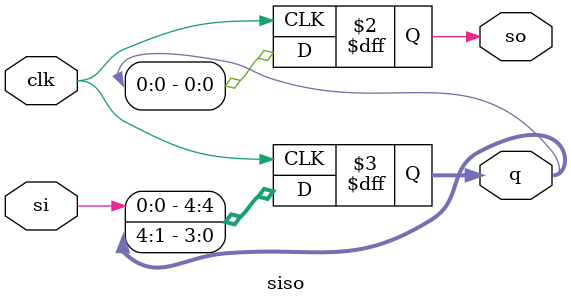
<source format=v>
`timescale 1ns / 1ps

module siso(si,so,clk,q);
	input si,clk;
	output reg so;
	
	output reg [4:0]q;
	
	always@(posedge clk)
	begin
		
		q[4]<=si;
		q[3]<=q[4];
		q[2]<=q[3];
		q[1]<=q[2];
		q[0]<=q[1];
		so<=q[0];
	end
endmodule

</source>
